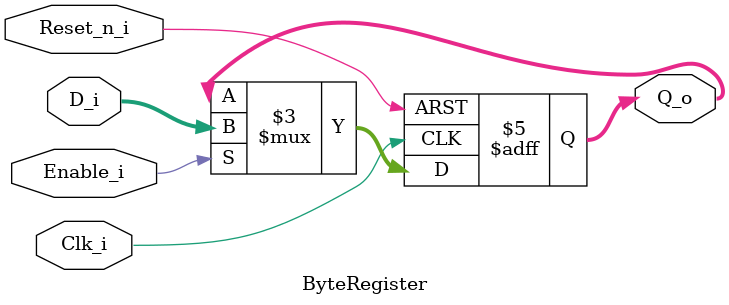
<source format=v>
module ByteRegister (
  (* intersynth_port = "Reset_n_i" *)
  input Reset_n_i,
  (* intersynth_port = "Clk_i" *)
  input Clk_i,
  (* intersynth_conntype = "Byte" *)
  input[7:0] D_i,
  (* intersynth_conntype = "Byte" *)
  output reg [7:0] Q_o,
  (* intersynth_conntype = "Bit" *)
  input Enable_i
);

  always @(negedge Reset_n_i or posedge Clk_i)
  begin
    if (!Reset_n_i)
    begin
      Q_o <= 8'd0;
    end
    else
    begin
      if (Enable_i)
      begin
        Q_o <= D_i;
      end
    end  
  end

endmodule

</source>
